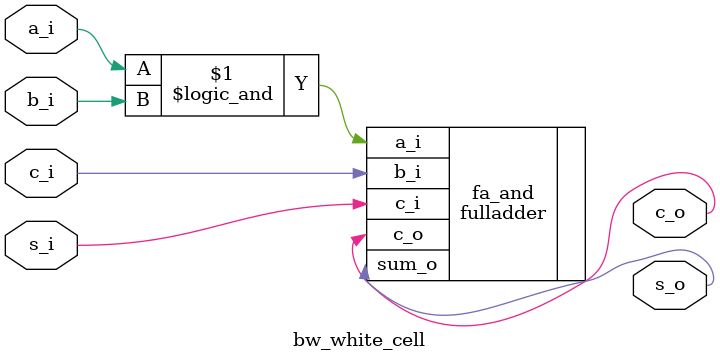
<source format=sv>


module bw_white_cell (
    input   logic a_i,
    input   logic b_i,
    input   logic c_i,
    input   logic s_i,
    output  logic s_o,
    output  logic c_o
  );

  fulladder fa_and (
    .a_i   ( a_i && b_i ),
    .b_i   ( c_i        ),
    .c_i   ( s_i        ),
    .sum_o ( s_o        ),
    .c_o   ( c_o        )
  );

endmodule
</source>
